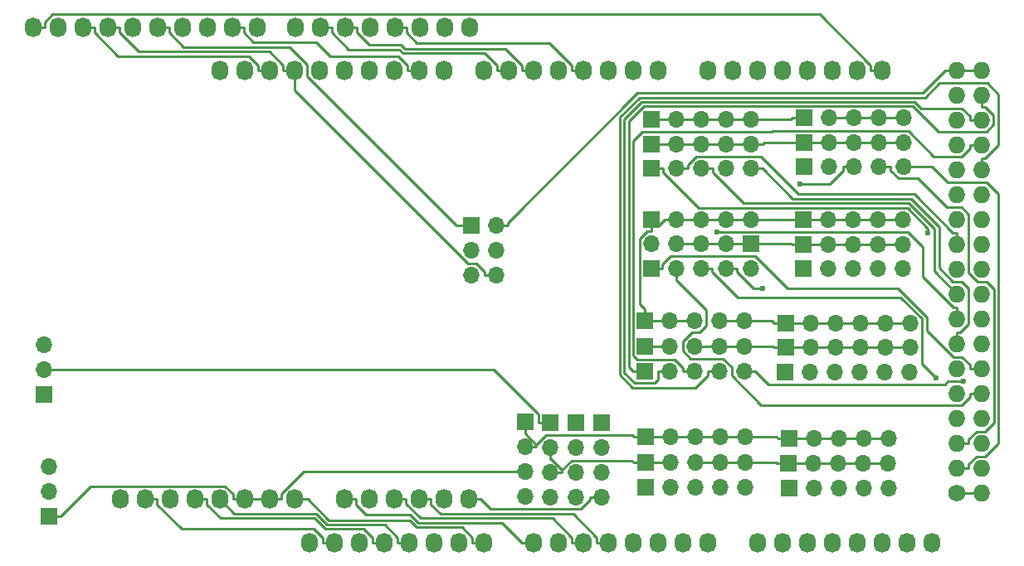
<source format=gbr>
G04 #@! TF.FileFunction,Copper,L1,Top,Signal*
%FSLAX46Y46*%
G04 Gerber Fmt 4.6, Leading zero omitted, Abs format (unit mm)*
G04 Created by KiCad (PCBNEW 4.0.6) date 06/14/17 17:04:03*
%MOMM*%
%LPD*%
G01*
G04 APERTURE LIST*
%ADD10C,0.100000*%
%ADD11C,1.727200*%
%ADD12O,1.727200X1.727200*%
%ADD13O,1.727200X2.032000*%
%ADD14R,1.700000X1.700000*%
%ADD15O,1.700000X1.700000*%
%ADD16C,0.600000*%
%ADD17C,0.250000*%
G04 APERTURE END LIST*
D10*
D11*
X197358000Y-114046000D03*
D12*
X199898000Y-114046000D03*
X197358000Y-111506000D03*
X199898000Y-111506000D03*
X197358000Y-108966000D03*
X199898000Y-108966000D03*
X197358000Y-106426000D03*
X199898000Y-106426000D03*
X197358000Y-103886000D03*
X199898000Y-103886000D03*
X197358000Y-101346000D03*
X199898000Y-101346000D03*
X197358000Y-98806000D03*
X199898000Y-98806000D03*
X197358000Y-96266000D03*
X199898000Y-96266000D03*
X197358000Y-93726000D03*
X199898000Y-93726000D03*
X197358000Y-91186000D03*
X199898000Y-91186000D03*
X197358000Y-88646000D03*
X199898000Y-88646000D03*
X197358000Y-86106000D03*
X199898000Y-86106000D03*
X197358000Y-83566000D03*
X199898000Y-83566000D03*
X197358000Y-81026000D03*
X199898000Y-81026000D03*
X197358000Y-78486000D03*
X199898000Y-78486000D03*
X197358000Y-75946000D03*
X199898000Y-75946000D03*
X197358000Y-73406000D03*
X199898000Y-73406000D03*
X197358000Y-70866000D03*
X199898000Y-70866000D03*
D13*
X131318000Y-119126000D03*
X133858000Y-119126000D03*
X136398000Y-119126000D03*
X138938000Y-119126000D03*
X141478000Y-119126000D03*
X144018000Y-119126000D03*
X146558000Y-119126000D03*
X149098000Y-119126000D03*
X154178000Y-119126000D03*
X156718000Y-119126000D03*
X159258000Y-119126000D03*
X161798000Y-119126000D03*
X164338000Y-119126000D03*
X166878000Y-119126000D03*
X169418000Y-119126000D03*
X171958000Y-119126000D03*
X177038000Y-119126000D03*
X179578000Y-119126000D03*
X182118000Y-119126000D03*
X184658000Y-119126000D03*
X187198000Y-119126000D03*
X189738000Y-119126000D03*
X192278000Y-119126000D03*
X194818000Y-119126000D03*
X122174000Y-70866000D03*
X124714000Y-70866000D03*
X127254000Y-70866000D03*
X129794000Y-70866000D03*
X132334000Y-70866000D03*
X134874000Y-70866000D03*
X137414000Y-70866000D03*
X139954000Y-70866000D03*
X142494000Y-70866000D03*
X145034000Y-70866000D03*
X149098000Y-70866000D03*
X151638000Y-70866000D03*
X154178000Y-70866000D03*
X156718000Y-70866000D03*
X159258000Y-70866000D03*
X161798000Y-70866000D03*
X164338000Y-70866000D03*
X166878000Y-70866000D03*
X171958000Y-70866000D03*
X174498000Y-70866000D03*
X177038000Y-70866000D03*
X179578000Y-70866000D03*
X182118000Y-70866000D03*
X184658000Y-70866000D03*
X187198000Y-70866000D03*
X189738000Y-70866000D03*
X112020000Y-114700000D03*
X114560000Y-114700000D03*
X117100000Y-114700000D03*
X119640000Y-114700000D03*
X122180000Y-114700000D03*
X124720000Y-114700000D03*
X127260000Y-114700000D03*
X129800000Y-114700000D03*
X134900000Y-114700000D03*
X137440000Y-114700000D03*
X139980000Y-114700000D03*
X142520000Y-114700000D03*
X145060000Y-114700000D03*
X147600000Y-114700000D03*
X103080000Y-66500000D03*
X105620000Y-66500000D03*
X108160000Y-66500000D03*
X110700000Y-66500000D03*
X113240000Y-66500000D03*
X115780000Y-66500000D03*
X118320000Y-66500000D03*
X120860000Y-66500000D03*
X123400000Y-66500000D03*
X125940000Y-66500000D03*
X129860000Y-66500000D03*
X132400000Y-66500000D03*
X134940000Y-66500000D03*
X137480000Y-66500000D03*
X140020000Y-66500000D03*
X142560000Y-66500000D03*
X145100000Y-66500000D03*
X147640000Y-66500000D03*
D14*
X165610000Y-113450000D03*
D15*
X168150000Y-113450000D03*
X170690000Y-113450000D03*
X173230000Y-113450000D03*
X175770000Y-113450000D03*
D14*
X180210000Y-113550000D03*
D15*
X182750000Y-113550000D03*
X185290000Y-113550000D03*
X187830000Y-113550000D03*
X190370000Y-113550000D03*
D14*
X165480000Y-101650000D03*
D15*
X168020000Y-101650000D03*
X170560000Y-101650000D03*
X173100000Y-101650000D03*
X175640000Y-101650000D03*
D14*
X179860000Y-101700000D03*
D15*
X182400000Y-101700000D03*
X184940000Y-101700000D03*
X187480000Y-101700000D03*
X190020000Y-101700000D03*
X192560000Y-101700000D03*
D14*
X166150000Y-91100000D03*
D15*
X168690000Y-91100000D03*
X171230000Y-91100000D03*
X173770000Y-91100000D03*
X176310000Y-91100000D03*
D14*
X181720000Y-91150000D03*
D15*
X184260000Y-91150000D03*
X186800000Y-91150000D03*
X189340000Y-91150000D03*
X191880000Y-91150000D03*
D14*
X166200000Y-80900000D03*
D15*
X168740000Y-80900000D03*
X171280000Y-80900000D03*
X173820000Y-80900000D03*
X176360000Y-80900000D03*
D14*
X181810000Y-80750000D03*
D15*
X184350000Y-80750000D03*
X186890000Y-80750000D03*
X189430000Y-80750000D03*
X191970000Y-80750000D03*
D14*
X165590000Y-110950000D03*
D15*
X168130000Y-110950000D03*
X170670000Y-110950000D03*
X173210000Y-110950000D03*
X175750000Y-110950000D03*
D14*
X180190000Y-111050000D03*
D15*
X182730000Y-111050000D03*
X185270000Y-111050000D03*
X187810000Y-111050000D03*
X190350000Y-111050000D03*
D14*
X165520000Y-99050000D03*
D15*
X168060000Y-99050000D03*
X170600000Y-99050000D03*
X173140000Y-99050000D03*
X175680000Y-99050000D03*
D14*
X179880000Y-99200000D03*
D15*
X182420000Y-99200000D03*
X184960000Y-99200000D03*
X187500000Y-99200000D03*
X190040000Y-99200000D03*
X192580000Y-99200000D03*
D14*
X176310000Y-88600000D03*
D15*
X173770000Y-88600000D03*
X171230000Y-88600000D03*
X168690000Y-88600000D03*
X166150000Y-88600000D03*
D14*
X181700000Y-88650000D03*
D15*
X184240000Y-88650000D03*
X186780000Y-88650000D03*
X189320000Y-88650000D03*
X191860000Y-88650000D03*
D14*
X181750000Y-78250000D03*
D15*
X184290000Y-78250000D03*
X186830000Y-78250000D03*
X189370000Y-78250000D03*
X191910000Y-78250000D03*
D14*
X166200000Y-78400000D03*
D15*
X168740000Y-78400000D03*
X171280000Y-78400000D03*
X173820000Y-78400000D03*
X176360000Y-78400000D03*
D14*
X165610000Y-108350000D03*
D15*
X168150000Y-108350000D03*
X170690000Y-108350000D03*
X173230000Y-108350000D03*
X175770000Y-108350000D03*
D14*
X180250000Y-108450000D03*
D15*
X182790000Y-108450000D03*
X185330000Y-108450000D03*
X187870000Y-108450000D03*
X190410000Y-108450000D03*
D14*
X165520000Y-96450000D03*
D15*
X168060000Y-96450000D03*
X170600000Y-96450000D03*
X173140000Y-96450000D03*
X175680000Y-96450000D03*
D14*
X179880000Y-96700000D03*
D15*
X182420000Y-96700000D03*
X184960000Y-96700000D03*
X187500000Y-96700000D03*
X190040000Y-96700000D03*
X192580000Y-96700000D03*
D14*
X166150000Y-86100000D03*
D15*
X168690000Y-86100000D03*
X171230000Y-86100000D03*
X173770000Y-86100000D03*
X176310000Y-86100000D03*
D14*
X181700000Y-86150000D03*
D15*
X184240000Y-86150000D03*
X186780000Y-86150000D03*
X189320000Y-86150000D03*
X191860000Y-86150000D03*
D14*
X181750000Y-75750000D03*
D15*
X184290000Y-75750000D03*
X186830000Y-75750000D03*
X189370000Y-75750000D03*
X191910000Y-75750000D03*
D14*
X166200000Y-75900000D03*
D15*
X168740000Y-75900000D03*
X171280000Y-75900000D03*
X173820000Y-75900000D03*
X176360000Y-75900000D03*
D14*
X104250000Y-104000000D03*
D15*
X104250000Y-101460000D03*
X104250000Y-98920000D03*
D14*
X104750000Y-116400000D03*
D15*
X104750000Y-113860000D03*
X104750000Y-111320000D03*
D14*
X147810000Y-86750000D03*
D15*
X150350000Y-86750000D03*
X147810000Y-89290000D03*
X150350000Y-89290000D03*
X147810000Y-91830000D03*
X150350000Y-91830000D03*
D14*
X153284000Y-106804000D03*
D15*
X153284000Y-109344000D03*
X153284000Y-111884000D03*
X153284000Y-114424000D03*
D14*
X155884000Y-106844000D03*
D15*
X155884000Y-109384000D03*
X155884000Y-111924000D03*
X155884000Y-114464000D03*
D14*
X158484000Y-106864000D03*
D15*
X158484000Y-109404000D03*
X158484000Y-111944000D03*
X158484000Y-114484000D03*
D14*
X161084000Y-106844000D03*
D15*
X161084000Y-109384000D03*
X161084000Y-111924000D03*
X161084000Y-114464000D03*
D16*
X194426800Y-87464300D03*
X195267800Y-102334400D03*
X177520100Y-93132900D03*
X198067000Y-102666000D03*
X172913800Y-87400000D03*
X181377000Y-82474100D03*
D17*
X153284000Y-109344000D02*
X154459300Y-109344000D01*
X165610000Y-108350000D02*
X164434700Y-108350000D01*
X192580000Y-96700000D02*
X190040000Y-96700000D01*
X190040000Y-96700000D02*
X187500000Y-96700000D01*
X187500000Y-96700000D02*
X184960000Y-96700000D01*
X184960000Y-96700000D02*
X182420000Y-96700000D01*
X182420000Y-96700000D02*
X179880000Y-96700000D01*
X173820000Y-75900000D02*
X171280000Y-75900000D01*
X171280000Y-75900000D02*
X168740000Y-75900000D01*
X168740000Y-75900000D02*
X166200000Y-75900000D01*
X173820000Y-75900000D02*
X176360000Y-75900000D01*
X191910000Y-75750000D02*
X189370000Y-75750000D01*
X189370000Y-75750000D02*
X186830000Y-75750000D01*
X186830000Y-75750000D02*
X184290000Y-75750000D01*
X191860000Y-86150000D02*
X189320000Y-86150000D01*
X189320000Y-86150000D02*
X186780000Y-86150000D01*
X186780000Y-86150000D02*
X184240000Y-86150000D01*
X184240000Y-86150000D02*
X181700000Y-86150000D01*
X173770000Y-86100000D02*
X171230000Y-86100000D01*
X171230000Y-86100000D02*
X168690000Y-86100000D01*
X170600000Y-96450000D02*
X168060000Y-96450000D01*
X190410000Y-108450000D02*
X187870000Y-108450000D01*
X187870000Y-108450000D02*
X185330000Y-108450000D01*
X185330000Y-108450000D02*
X182790000Y-108450000D01*
X182790000Y-108450000D02*
X180250000Y-108450000D01*
X173230000Y-108350000D02*
X170690000Y-108350000D01*
X170690000Y-108350000D02*
X168150000Y-108350000D01*
X168150000Y-108350000D02*
X165610000Y-108350000D01*
X127260000Y-114700000D02*
X128448900Y-114700000D01*
X153284000Y-111884000D02*
X152108700Y-111884000D01*
X173140000Y-96450000D02*
X175680000Y-96450000D01*
X178454700Y-96450000D02*
X178704700Y-96700000D01*
X175680000Y-96450000D02*
X178454700Y-96450000D01*
X179880000Y-96700000D02*
X178704700Y-96700000D01*
X173230000Y-108350000D02*
X175770000Y-108350000D01*
X178974700Y-108350000D02*
X179074700Y-108450000D01*
X175770000Y-108350000D02*
X178974700Y-108350000D01*
X180250000Y-108450000D02*
X179074700Y-108450000D01*
X176360000Y-75900000D02*
X177535300Y-75900000D01*
X180424700Y-75900000D02*
X177535300Y-75900000D01*
X180574700Y-75750000D02*
X180424700Y-75900000D01*
X181750000Y-75750000D02*
X180574700Y-75750000D01*
X150350000Y-91830000D02*
X149174700Y-91830000D01*
X128448900Y-114179900D02*
X128448900Y-114700000D01*
X130744800Y-111884000D02*
X128448900Y-114179900D01*
X152108700Y-111884000D02*
X130744800Y-111884000D01*
X153284000Y-106804000D02*
X153284000Y-107979300D01*
X153313500Y-107979300D02*
X153284000Y-107979300D01*
X154459300Y-109125100D02*
X153313500Y-107979300D01*
X154459300Y-109344000D02*
X154459300Y-109125100D01*
X164262000Y-108177300D02*
X164434700Y-108350000D01*
X155407100Y-108177300D02*
X164262000Y-108177300D01*
X154459300Y-109125100D02*
X155407100Y-108177300D01*
X173770000Y-86100000D02*
X176310000Y-86100000D01*
X180474700Y-86100000D02*
X180524700Y-86150000D01*
X176310000Y-86100000D02*
X180474700Y-86100000D01*
X181700000Y-86150000D02*
X180524700Y-86150000D01*
X168060000Y-96450000D02*
X165520000Y-96450000D01*
X165782600Y-87275300D02*
X166150000Y-87275300D01*
X164974700Y-88083200D02*
X165782600Y-87275300D01*
X164974700Y-94729400D02*
X164974700Y-88083200D01*
X165520000Y-95274700D02*
X164974700Y-94729400D01*
X165520000Y-96450000D02*
X165520000Y-95274700D01*
X166150000Y-86100000D02*
X166150000Y-86687600D01*
X166150000Y-86687600D02*
X166150000Y-87275300D01*
X166927100Y-86687600D02*
X167514700Y-86100000D01*
X166150000Y-86687600D02*
X166927100Y-86687600D01*
X168690000Y-86100000D02*
X167514700Y-86100000D01*
X104750000Y-116400000D02*
X105925300Y-116400000D01*
X127260000Y-114700000D02*
X124720000Y-114700000D01*
X108971300Y-113354000D02*
X105925300Y-116400000D01*
X122705200Y-113354000D02*
X108971300Y-113354000D01*
X123531100Y-114179900D02*
X122705200Y-113354000D01*
X123531100Y-114700000D02*
X123531100Y-114179900D01*
X124720000Y-114700000D02*
X123531100Y-114700000D01*
X110700000Y-66500000D02*
X111888900Y-66500000D01*
X129794000Y-72941900D02*
X129794000Y-70866000D01*
X147506800Y-90654700D02*
X129794000Y-72941900D01*
X148366800Y-90654700D02*
X147506800Y-90654700D01*
X149174700Y-91462600D02*
X148366800Y-90654700D01*
X149174700Y-91830000D02*
X149174700Y-91462600D01*
X111888900Y-67020100D02*
X111888900Y-66500000D01*
X113829700Y-68960900D02*
X111888900Y-67020100D01*
X127220100Y-68960900D02*
X113829700Y-68960900D01*
X128605100Y-70345900D02*
X127220100Y-68960900D01*
X128605100Y-70866000D02*
X128605100Y-70345900D01*
X129794000Y-70866000D02*
X128605100Y-70866000D01*
X195052100Y-91420100D02*
X197358000Y-93726000D01*
X195052100Y-87023900D02*
X195052100Y-91420100D01*
X192467400Y-84439200D02*
X195052100Y-87023900D01*
X175627200Y-84439200D02*
X192467400Y-84439200D01*
X172455300Y-81267300D02*
X175627200Y-84439200D01*
X172455300Y-80900000D02*
X172455300Y-81267300D01*
X171280000Y-80900000D02*
X172455300Y-80900000D01*
X197358000Y-88646000D02*
X197358000Y-87457100D01*
X168740000Y-80900000D02*
X169915300Y-80900000D01*
X169915300Y-80532600D02*
X169915300Y-80900000D01*
X170737600Y-79710300D02*
X169915300Y-80532600D01*
X177355300Y-79710300D02*
X170737600Y-79710300D01*
X181183400Y-83538400D02*
X177355300Y-79710300D01*
X193020100Y-83538400D02*
X181183400Y-83538400D01*
X196938800Y-87457100D02*
X193020100Y-83538400D01*
X197358000Y-87457100D02*
X196938800Y-87457100D01*
X166200000Y-80900000D02*
X167375300Y-80900000D01*
X194426700Y-87464300D02*
X194426800Y-87464300D01*
X194426700Y-87035400D02*
X194426700Y-87464300D01*
X192315900Y-84924600D02*
X194426700Y-87035400D01*
X171032600Y-84924600D02*
X192315900Y-84924600D01*
X167375300Y-81267300D02*
X171032600Y-84924600D01*
X167375300Y-80900000D02*
X167375300Y-81267300D01*
X193755400Y-100822000D02*
X195267800Y-102334400D01*
X193755400Y-96204000D02*
X193755400Y-100822000D01*
X191628400Y-94077000D02*
X193755400Y-96204000D01*
X175015000Y-94077000D02*
X191628400Y-94077000D01*
X172405300Y-91467300D02*
X175015000Y-94077000D01*
X172405300Y-91100000D02*
X172405300Y-91467300D01*
X171230000Y-91100000D02*
X172405300Y-91100000D01*
X176610900Y-93132900D02*
X177520100Y-93132900D01*
X174945300Y-91467300D02*
X176610900Y-93132900D01*
X174945300Y-91100000D02*
X174945300Y-91467300D01*
X173770000Y-91100000D02*
X174945300Y-91100000D01*
X166150000Y-91100000D02*
X167325300Y-91100000D01*
X199898000Y-101346000D02*
X198709100Y-101346000D01*
X167325300Y-90732700D02*
X167325300Y-91100000D01*
X168171800Y-89886200D02*
X167325300Y-90732700D01*
X176768300Y-89886200D02*
X168171800Y-89886200D01*
X180058500Y-93176400D02*
X176768300Y-89886200D01*
X191364700Y-93176400D02*
X180058500Y-93176400D01*
X194274100Y-96085800D02*
X191364700Y-93176400D01*
X194274100Y-97438500D02*
X194274100Y-96085800D01*
X196992700Y-100157100D02*
X194274100Y-97438500D01*
X197891800Y-100157100D02*
X196992700Y-100157100D01*
X198709100Y-100974400D02*
X197891800Y-100157100D01*
X198709100Y-101346000D02*
X198709100Y-100974400D01*
X198709100Y-104257600D02*
X198709100Y-103886000D01*
X197891800Y-105074900D02*
X198709100Y-104257600D01*
X177386300Y-105074900D02*
X197891800Y-105074900D01*
X174370000Y-102058600D02*
X177386300Y-105074900D01*
X174370000Y-101237700D02*
X174370000Y-102058600D01*
X173462300Y-100330000D02*
X174370000Y-101237700D01*
X170211400Y-100330000D02*
X173462300Y-100330000D01*
X169390800Y-99509400D02*
X170211400Y-100330000D01*
X169390800Y-98585600D02*
X169390800Y-99509400D01*
X170321000Y-97655400D02*
X169390800Y-98585600D01*
X171110600Y-97655400D02*
X170321000Y-97655400D01*
X171790000Y-96976000D02*
X171110600Y-97655400D01*
X171790000Y-95375300D02*
X171790000Y-96976000D01*
X168690000Y-92275300D02*
X171790000Y-95375300D01*
X168690000Y-91100000D02*
X168690000Y-92275300D01*
X199898000Y-103886000D02*
X198709100Y-103886000D01*
X150350000Y-86750000D02*
X151525300Y-86750000D01*
X197358000Y-70866000D02*
X196169100Y-70866000D01*
X199898000Y-70866000D02*
X197358000Y-70866000D01*
X141478000Y-119126000D02*
X140289100Y-119126000D01*
X123629400Y-116149400D02*
X122180000Y-114700000D01*
X131965000Y-116149400D02*
X123629400Y-116149400D01*
X133105400Y-117289800D02*
X131965000Y-116149400D01*
X138973000Y-117289800D02*
X133105400Y-117289800D01*
X140289100Y-118605900D02*
X138973000Y-117289800D01*
X140289100Y-119126000D02*
X140289100Y-118605900D01*
X151525300Y-86458800D02*
X151525300Y-86750000D01*
X164788000Y-73196100D02*
X151525300Y-86458800D01*
X193839000Y-73196100D02*
X164788000Y-73196100D01*
X196169100Y-70866000D02*
X193839000Y-73196100D01*
X132669100Y-118642600D02*
X132669100Y-119126000D01*
X131766600Y-117740100D02*
X132669100Y-118642600D01*
X118268900Y-117740100D02*
X131766600Y-117740100D01*
X115748900Y-115220100D02*
X118268900Y-117740100D01*
X115748900Y-114700000D02*
X115748900Y-115220100D01*
X114560000Y-114700000D02*
X115748900Y-114700000D01*
X133858000Y-119126000D02*
X132669100Y-119126000D01*
X149098000Y-119126000D02*
X147909100Y-119126000D01*
X129800000Y-114700000D02*
X130988900Y-114700000D01*
X147909100Y-118605900D02*
X147909100Y-119126000D01*
X146846200Y-117543000D02*
X147909100Y-118605900D01*
X142218000Y-117543000D02*
X146846200Y-117543000D01*
X141514500Y-116839500D02*
X142218000Y-117543000D01*
X133292000Y-116839500D02*
X141514500Y-116839500D01*
X131152500Y-114700000D02*
X133292000Y-116839500D01*
X130988900Y-114700000D02*
X131152500Y-114700000D01*
X134900000Y-114700000D02*
X136088900Y-114700000D01*
X154178000Y-119126000D02*
X152989100Y-119126000D01*
X150955800Y-117092700D02*
X152989100Y-119126000D01*
X142404600Y-117092700D02*
X150955800Y-117092700D01*
X141551400Y-116239500D02*
X142404600Y-117092700D01*
X137108300Y-116239500D02*
X141551400Y-116239500D01*
X136088900Y-115220100D02*
X137108300Y-116239500D01*
X136088900Y-114700000D02*
X136088900Y-115220100D01*
X158069100Y-118605900D02*
X158069100Y-119126000D01*
X156105600Y-116642400D02*
X158069100Y-118605900D01*
X142628600Y-116642400D02*
X156105600Y-116642400D01*
X141168900Y-115182700D02*
X142628600Y-116642400D01*
X141168900Y-114700000D02*
X141168900Y-115182700D01*
X139980000Y-114700000D02*
X141168900Y-114700000D01*
X159258000Y-119126000D02*
X158069100Y-119126000D01*
X160609100Y-118605900D02*
X160609100Y-119126000D01*
X158195300Y-116192100D02*
X160609100Y-118605900D01*
X144680900Y-116192100D02*
X158195300Y-116192100D01*
X143708900Y-115220100D02*
X144680900Y-116192100D01*
X143708900Y-114700000D02*
X143708900Y-115220100D01*
X142520000Y-114700000D02*
X143708900Y-114700000D01*
X161798000Y-119126000D02*
X160609100Y-119126000D01*
X126065100Y-70383200D02*
X126065100Y-70866000D01*
X125093200Y-69411300D02*
X126065100Y-70383200D01*
X111740100Y-69411300D02*
X125093200Y-69411300D01*
X109348900Y-67020100D02*
X111740100Y-69411300D01*
X109348900Y-66500000D02*
X109348900Y-67020100D01*
X108160000Y-66500000D02*
X109348900Y-66500000D01*
X127254000Y-70866000D02*
X126065100Y-70866000D01*
X141305100Y-70383200D02*
X141305100Y-70866000D01*
X140370500Y-69448600D02*
X141305100Y-70383200D01*
X133442800Y-69448600D02*
X140370500Y-69448600D01*
X132010800Y-68016600D02*
X133442800Y-69448600D01*
X125585400Y-68016600D02*
X132010800Y-68016600D01*
X124588900Y-67020100D02*
X125585400Y-68016600D01*
X124588900Y-66500000D02*
X124588900Y-67020100D01*
X123400000Y-66500000D02*
X124588900Y-66500000D01*
X142494000Y-70866000D02*
X141305100Y-70866000D01*
X132400000Y-66500000D02*
X133588900Y-66500000D01*
X151638000Y-70866000D02*
X150449100Y-70866000D01*
X150449100Y-70383200D02*
X150449100Y-70866000D01*
X149188600Y-69122700D02*
X150449100Y-70383200D01*
X140846200Y-69122700D02*
X149188600Y-69122700D01*
X140465500Y-68742000D02*
X140846200Y-69122700D01*
X135310700Y-68742000D02*
X140465500Y-68742000D01*
X133588900Y-67020200D02*
X135310700Y-68742000D01*
X133588900Y-66500000D02*
X133588900Y-67020200D01*
X134940000Y-66500000D02*
X136128900Y-66500000D01*
X154178000Y-70866000D02*
X152989100Y-70866000D01*
X152989100Y-70345900D02*
X152989100Y-70866000D01*
X151315600Y-68672400D02*
X152989100Y-70345900D01*
X141032800Y-68672400D02*
X151315600Y-68672400D01*
X140652100Y-68291700D02*
X141032800Y-68672400D01*
X137400500Y-68291700D02*
X140652100Y-68291700D01*
X136128900Y-67020100D02*
X137400500Y-68291700D01*
X136128900Y-66500000D02*
X136128900Y-67020100D01*
X158069100Y-70345900D02*
X158069100Y-70866000D01*
X155805100Y-68081900D02*
X158069100Y-70345900D01*
X142270700Y-68081900D02*
X155805100Y-68081900D01*
X141208900Y-67020100D02*
X142270700Y-68081900D01*
X141208900Y-66500000D02*
X141208900Y-67020100D01*
X140020000Y-66500000D02*
X141208900Y-66500000D01*
X159258000Y-70866000D02*
X158069100Y-70866000D01*
X137749100Y-118642600D02*
X137749100Y-119126000D01*
X136846600Y-117740100D02*
X137749100Y-118642600D01*
X132918800Y-117740100D02*
X136846600Y-117740100D01*
X131778400Y-116599700D02*
X132918800Y-117740100D01*
X122208400Y-116599700D02*
X131778400Y-116599700D01*
X120828900Y-115220200D02*
X122208400Y-116599700D01*
X120828900Y-114700000D02*
X120828900Y-115220200D01*
X119640000Y-114700000D02*
X120828900Y-114700000D01*
X138938000Y-119126000D02*
X137749100Y-119126000D01*
X199898000Y-114046000D02*
X197358000Y-114046000D01*
X149765400Y-115676500D02*
X148788900Y-114700000D01*
X158990000Y-115676500D02*
X149765400Y-115676500D01*
X159908700Y-114757800D02*
X158990000Y-115676500D01*
X159908700Y-114464000D02*
X159908700Y-114757800D01*
X161084000Y-114464000D02*
X159908700Y-114464000D01*
X147600000Y-114700000D02*
X148788900Y-114700000D01*
X104268900Y-65979900D02*
X104268900Y-66500000D01*
X105090800Y-65158000D02*
X104268900Y-65979900D01*
X183361200Y-65158000D02*
X105090800Y-65158000D01*
X188549100Y-70345900D02*
X183361200Y-65158000D01*
X188549100Y-70866000D02*
X188549100Y-70345900D01*
X189738000Y-70866000D02*
X188549100Y-70866000D01*
X103080000Y-66500000D02*
X104268900Y-66500000D01*
X116968900Y-67020100D02*
X116968900Y-66500000D01*
X118459300Y-68510500D02*
X116968900Y-67020100D01*
X129279800Y-68510500D02*
X118459300Y-68510500D01*
X131064000Y-70294700D02*
X129279800Y-68510500D01*
X131064000Y-71486300D02*
X131064000Y-70294700D01*
X146327700Y-86750000D02*
X131064000Y-71486300D01*
X147810000Y-86750000D02*
X146327700Y-86750000D01*
X115780000Y-66500000D02*
X116968900Y-66500000D01*
X200267500Y-74594900D02*
X199898000Y-74594900D01*
X201098300Y-75425700D02*
X200267500Y-74594900D01*
X201098300Y-76427900D02*
X201098300Y-75425700D01*
X200360700Y-77165500D02*
X201098300Y-76427900D01*
X195478800Y-77165500D02*
X200360700Y-77165500D01*
X192860400Y-74547100D02*
X195478800Y-77165500D01*
X165392800Y-74547100D02*
X192860400Y-74547100D01*
X163863400Y-76076500D02*
X165392800Y-74547100D01*
X163863400Y-101208700D02*
X163863400Y-76076500D01*
X164304700Y-101650000D02*
X163863400Y-101208700D01*
X165480000Y-101650000D02*
X164304700Y-101650000D01*
X199898000Y-73406000D02*
X199898000Y-74594900D01*
X168020000Y-101650000D02*
X166844700Y-101650000D01*
X199898000Y-75946000D02*
X198709100Y-75946000D01*
X166844700Y-102497500D02*
X166844700Y-101650000D01*
X166492100Y-102850100D02*
X166844700Y-102497500D01*
X164456700Y-102850100D02*
X166492100Y-102850100D01*
X163413000Y-101806400D02*
X164456700Y-102850100D01*
X163413000Y-75844900D02*
X163413000Y-101806400D01*
X165161200Y-74096700D02*
X163413000Y-75844900D01*
X193046900Y-74096700D02*
X165161200Y-74096700D01*
X193707300Y-74757100D02*
X193046900Y-74096700D01*
X197891800Y-74757100D02*
X193707300Y-74757100D01*
X198709100Y-75574400D02*
X197891800Y-74757100D01*
X198709100Y-75946000D02*
X198709100Y-75574400D01*
X169384700Y-101282600D02*
X169384700Y-101650000D01*
X168576800Y-100474700D02*
X169384700Y-101282600D01*
X164759900Y-100474700D02*
X168576800Y-100474700D01*
X164341800Y-100056600D02*
X164759900Y-100474700D01*
X164341800Y-78071300D02*
X164341800Y-100056600D01*
X165225600Y-77187500D02*
X164341800Y-78071300D01*
X178438900Y-77187500D02*
X165225600Y-77187500D01*
X178553800Y-77072600D02*
X178438900Y-77187500D01*
X192406800Y-77072600D02*
X178553800Y-77072600D01*
X195010800Y-79676600D02*
X192406800Y-77072600D01*
X197890000Y-79676600D02*
X195010800Y-79676600D01*
X198709100Y-78857500D02*
X197890000Y-79676600D01*
X198709100Y-78486000D02*
X198709100Y-78857500D01*
X199898000Y-78486000D02*
X198709100Y-78486000D01*
X170560000Y-101650000D02*
X169384700Y-101650000D01*
X199898000Y-81026000D02*
X199898000Y-79837100D01*
X173100000Y-101650000D02*
X171924700Y-101650000D01*
X171924700Y-102017300D02*
X171924700Y-101650000D01*
X170641600Y-103300400D02*
X171924700Y-102017300D01*
X164270100Y-103300400D02*
X170641600Y-103300400D01*
X162962700Y-101993000D02*
X164270100Y-103300400D01*
X162962700Y-75658300D02*
X162962700Y-101993000D01*
X164974600Y-73646400D02*
X162962700Y-75658300D01*
X194134100Y-73646400D02*
X164974600Y-73646400D01*
X195578800Y-72201700D02*
X194134100Y-73646400D01*
X200439600Y-72201700D02*
X195578800Y-72201700D01*
X201600100Y-73362200D02*
X200439600Y-72201700D01*
X201600100Y-78506600D02*
X201600100Y-73362200D01*
X200269600Y-79837100D02*
X201600100Y-78506600D01*
X199898000Y-79837100D02*
X200269600Y-79837100D01*
X175640000Y-101650000D02*
X176815300Y-101650000D01*
X196458300Y-102666000D02*
X198067000Y-102666000D01*
X196164600Y-102959700D02*
X196458300Y-102666000D01*
X178125000Y-102959700D02*
X196164600Y-102959700D01*
X176815300Y-101650000D02*
X178125000Y-102959700D01*
X197358000Y-96266000D02*
X197358000Y-95077100D01*
X196986500Y-95077100D02*
X197358000Y-95077100D01*
X193843700Y-91934300D02*
X196986500Y-95077100D01*
X193843700Y-88916600D02*
X193843700Y-91934300D01*
X192327100Y-87400000D02*
X193843700Y-88916600D01*
X172913800Y-87400000D02*
X192327100Y-87400000D01*
X176360000Y-80900000D02*
X177535300Y-80900000D01*
X197358000Y-98806000D02*
X197358000Y-97617100D01*
X180624100Y-83988800D02*
X177535300Y-80900000D01*
X192653900Y-83988800D02*
X180624100Y-83988800D01*
X195557200Y-86892100D02*
X192653900Y-83988800D01*
X195557200Y-91076600D02*
X195557200Y-86892100D01*
X196949200Y-92468600D02*
X195557200Y-91076600D01*
X197847900Y-92468600D02*
X196949200Y-92468600D01*
X198574300Y-93195000D02*
X197847900Y-92468600D01*
X198574300Y-96770300D02*
X198574300Y-93195000D01*
X197727500Y-97617100D02*
X198574300Y-96770300D01*
X197358000Y-97617100D02*
X197727500Y-97617100D01*
X186890000Y-80750000D02*
X185714700Y-80750000D01*
X184357900Y-82474100D02*
X181377000Y-82474100D01*
X185714700Y-81117300D02*
X184357900Y-82474100D01*
X185714700Y-80750000D02*
X185714700Y-81117300D01*
X198546900Y-108594400D02*
X198546900Y-108966000D01*
X199364200Y-107777100D02*
X198546900Y-108594400D01*
X200233400Y-107777100D02*
X199364200Y-107777100D01*
X201134700Y-106875800D02*
X200233400Y-107777100D01*
X201134700Y-93202600D02*
X201134700Y-106875800D01*
X200388100Y-92456000D02*
X201134700Y-93202600D01*
X199485600Y-92456000D02*
X200388100Y-92456000D01*
X198574100Y-91544500D02*
X199485600Y-92456000D01*
X198574100Y-85586000D02*
X198574100Y-91544500D01*
X197824100Y-84836000D02*
X198574100Y-85586000D01*
X196313100Y-84836000D02*
X197824100Y-84836000D01*
X193402400Y-81925300D02*
X196313100Y-84836000D01*
X191413200Y-81925300D02*
X193402400Y-81925300D01*
X190605300Y-81117400D02*
X191413200Y-81925300D01*
X190605300Y-80750000D02*
X190605300Y-81117400D01*
X189430000Y-80750000D02*
X190605300Y-80750000D01*
X197358000Y-108966000D02*
X198546900Y-108966000D01*
X198546900Y-111134400D02*
X198546900Y-111506000D01*
X199364200Y-110317100D02*
X198546900Y-111134400D01*
X200232600Y-110317100D02*
X199364200Y-110317100D01*
X201585100Y-108964600D02*
X200232600Y-110317100D01*
X201585100Y-83532800D02*
X201585100Y-108964600D01*
X200387000Y-82334700D02*
X201585100Y-83532800D01*
X196402800Y-82334700D02*
X200387000Y-82334700D01*
X194818100Y-80750000D02*
X196402800Y-82334700D01*
X191970000Y-80750000D02*
X194818100Y-80750000D01*
X197358000Y-111506000D02*
X198546900Y-111506000D01*
X192580000Y-99200000D02*
X190040000Y-99200000D01*
X190040000Y-99200000D02*
X187500000Y-99200000D01*
X187500000Y-99200000D02*
X184960000Y-99200000D01*
X184960000Y-99200000D02*
X182420000Y-99200000D01*
X173820000Y-78400000D02*
X171280000Y-78400000D01*
X171280000Y-78400000D02*
X168740000Y-78400000D01*
X168740000Y-78400000D02*
X166200000Y-78400000D01*
X191910000Y-78250000D02*
X189370000Y-78250000D01*
X189370000Y-78250000D02*
X186830000Y-78250000D01*
X186830000Y-78250000D02*
X184290000Y-78250000D01*
X184290000Y-78250000D02*
X181750000Y-78250000D01*
X191860000Y-88650000D02*
X189320000Y-88650000D01*
X173140000Y-99050000D02*
X170600000Y-99050000D01*
X168060000Y-99050000D02*
X165520000Y-99050000D01*
X190350000Y-111050000D02*
X187810000Y-111050000D01*
X187810000Y-111050000D02*
X185270000Y-111050000D01*
X185270000Y-111050000D02*
X182730000Y-111050000D01*
X173210000Y-110950000D02*
X170670000Y-110950000D01*
X168130000Y-110950000D02*
X165590000Y-110950000D01*
X168690000Y-88600000D02*
X169865300Y-88600000D01*
X173770000Y-88600000D02*
X171230000Y-88600000D01*
X171230000Y-88600000D02*
X169865300Y-88600000D01*
X182420000Y-99200000D02*
X179880000Y-99200000D01*
X181750000Y-78250000D02*
X180574700Y-78250000D01*
X173820000Y-78400000D02*
X176360000Y-78400000D01*
X177685300Y-78250000D02*
X180574700Y-78250000D01*
X177535300Y-78400000D02*
X177685300Y-78250000D01*
X176360000Y-78400000D02*
X177535300Y-78400000D01*
X181700000Y-88650000D02*
X184240000Y-88650000D01*
X180190000Y-111050000D02*
X182730000Y-111050000D01*
X173210000Y-110950000D02*
X175750000Y-110950000D01*
X178914700Y-110950000D02*
X179014700Y-111050000D01*
X175750000Y-110950000D02*
X178914700Y-110950000D01*
X180190000Y-111050000D02*
X179014700Y-111050000D01*
X173140000Y-99050000D02*
X175680000Y-99050000D01*
X178554700Y-99050000D02*
X178704700Y-99200000D01*
X175680000Y-99050000D02*
X178554700Y-99050000D01*
X179880000Y-99200000D02*
X178704700Y-99200000D01*
X181700000Y-88650000D02*
X180524700Y-88650000D01*
X184240000Y-88650000D02*
X186780000Y-88650000D01*
X186780000Y-88650000D02*
X189320000Y-88650000D01*
X155884000Y-111924000D02*
X157059300Y-111924000D01*
X165590000Y-110950000D02*
X164414700Y-110950000D01*
X154708700Y-106036000D02*
X154708700Y-106844000D01*
X150132700Y-101460000D02*
X154708700Y-106036000D01*
X104250000Y-101460000D02*
X150132700Y-101460000D01*
X155884000Y-106844000D02*
X154708700Y-106844000D01*
X155884000Y-109384000D02*
X155884000Y-110559300D01*
X155915000Y-110559300D02*
X155884000Y-110559300D01*
X157059300Y-111703600D02*
X155915000Y-110559300D01*
X157059300Y-111924000D02*
X157059300Y-111703600D01*
X164192700Y-110728000D02*
X164414700Y-110950000D01*
X158034900Y-110728000D02*
X164192700Y-110728000D01*
X157059300Y-111703600D02*
X158034900Y-110728000D01*
X180474700Y-88600000D02*
X176310000Y-88600000D01*
X180524700Y-88650000D02*
X180474700Y-88600000D01*
X176310000Y-88600000D02*
X173770000Y-88600000D01*
M02*

</source>
